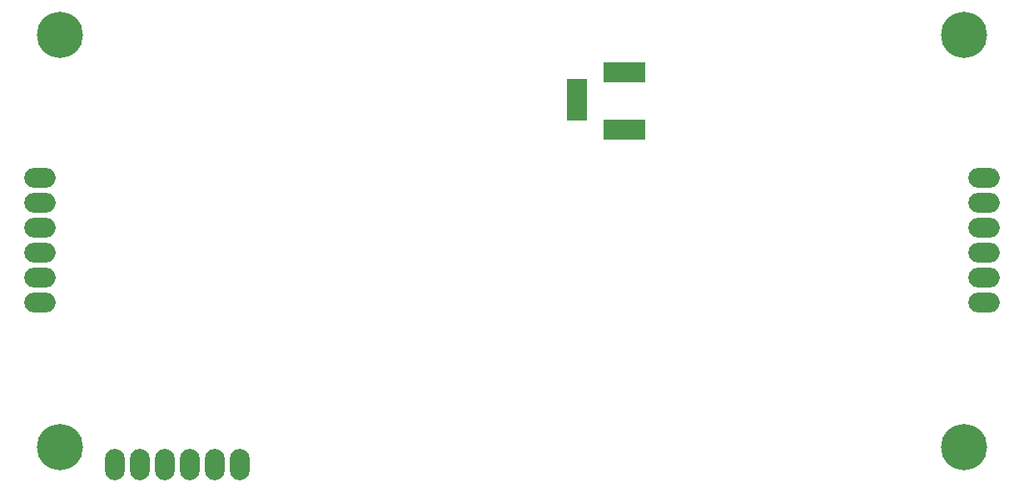
<source format=gbs>
G04*
G04 #@! TF.GenerationSoftware,Altium Limited,Altium Designer,18.0.9 (584)*
G04*
G04 Layer_Color=16711935*
%FSLAX25Y25*%
%MOIN*%
G70*
G01*
G75*
%ADD38C,0.18517*%
%ADD39R,0.16548X0.07887*%
%ADD40R,0.07887X0.16548*%
%ADD41O,0.07887X0.12611*%
%ADD42O,0.12611X0.07887*%
D38*
X377953Y15748D02*
D03*
Y181102D02*
D03*
X15748D02*
D03*
Y15748D02*
D03*
D39*
X241732Y143110D02*
D03*
Y165945D02*
D03*
D40*
X222835Y154921D02*
D03*
D41*
X67716Y8661D02*
D03*
X77716D02*
D03*
X87717D02*
D03*
X57717D02*
D03*
X37716D02*
D03*
X47717D02*
D03*
D42*
X385827Y103622D02*
D03*
Y113622D02*
D03*
Y123622D02*
D03*
Y93622D02*
D03*
Y73622D02*
D03*
Y83622D02*
D03*
X7874Y103622D02*
D03*
Y113622D02*
D03*
Y123622D02*
D03*
Y93622D02*
D03*
Y73622D02*
D03*
Y83622D02*
D03*
M02*

</source>
